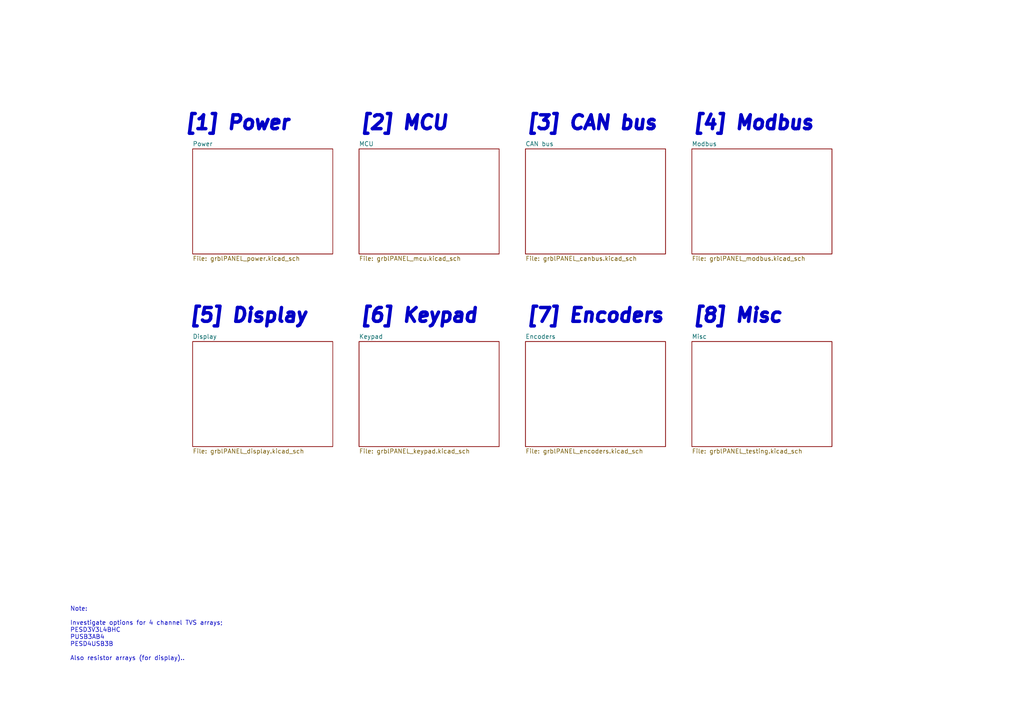
<source format=kicad_sch>
(kicad_sch (version 20211123) (generator eeschema)
  (paper "A4")
  (title_block (title "grblPANEL") (date "2022-12-12") (rev "0.1") (company "dresco"))
  (lib_symbols)
  (text "[2] MCU" (at 104.14 38.1 0) (effects (font (size 4 4) (thickness 1) bold italic) (justify left bottom)))
  (text "[3] CAN bus" (at 152.4 38.1 0) (effects (font (size 4 4) (thickness 1) bold italic) (justify left bottom)))
  (text "[1] Power" (at 53.34 38.1 0) (effects (font (size 4 4) (thickness 1) bold italic) (justify left bottom)))
  (text "[8] Misc" (at 200.66 93.98 0) (effects (font (size 4 4) (thickness 1) bold italic) (justify left bottom)))
  (text "Note:\n\nInvestigate options for 4 channel TVS arrays;\nPESD3V3L4BHC\nPUSB3AB4\nPESD4USB3B\n\nAlso resistor arrays (for display).." (at 20.32 191.77 0) (effects (font (size 1.27 1.27)) (justify left bottom)))
  (text "[6] Keypad" (at 104.14 93.98 0) (effects (font (size 4 4) (thickness 1) bold italic) (justify left bottom)))
  (text "[4] Modbus" (at 200.66 38.1 0) (effects (font (size 4 4) (thickness 1) bold italic) (justify left bottom)))
  (text "[5] Display" (at 54.61 93.98 0) (effects (font (size 4 4) (thickness 1) bold italic) (justify left bottom)))
  (text "[7] Encoders" (at 152.4 93.98 0) (effects (font (size 4 4) (thickness 1) bold italic) (justify left bottom)))
  (sheet (at 152.4 99.06) (size 40.64 30.48) (stroke (width 0.1524))
    (property "Sheet name" "Encoders" (at 152.4 98.3484 0) (effects (justify left bottom)))
    (property "Sheet file" "grblPANEL_encoders.kicad_sch" (at 152.4 130.1246 0) (effects (justify left top)))
  )
  (sheet (at 55.88 99.06) (size 40.64 30.48) (stroke (width 0.1524))
    (property "Sheet name" "Display" (at 55.88 98.3484 0) (effects (justify left bottom)))
    (property "Sheet file" "grblPANEL_display.kicad_sch" (at 55.88 130.1246 0) (effects (justify left top)))
  )
  (sheet (at 152.4 43.18) (size 40.64 30.48) (stroke (width 0.1524))
    (property "Sheet name" "CAN bus" (at 152.4 42.4684 0) (effects (justify left bottom)))
    (property "Sheet file" "grblPANEL_canbus.kicad_sch" (at 152.4 74.2446 0) (effects (justify left top)))
  )
  (sheet (at 104.14 43.18) (size 40.64 30.48) (stroke (width 0.1524))
    (property "Sheet name" "MCU" (at 104.14 42.4684 0) (effects (justify left bottom)))
    (property "Sheet file" "grblPANEL_mcu.kicad_sch" (at 104.14 74.2446 0) (effects (justify left top)))
  )
  (sheet (at 200.66 43.18) (size 40.64 30.48) (stroke (width 0.1524))
    (property "Sheet name" "Modbus" (at 200.66 42.4684 0) (effects (justify left bottom)))
    (property "Sheet file" "grblPANEL_modbus.kicad_sch" (at 200.66 74.2446 0) (effects (justify left top)))
  )
  (sheet (at 200.66 99.06) (size 40.64 30.48) (stroke (width 0.1524))
    (property "Sheet name" "Misc" (at 200.66 98.3484 0) (effects (justify left bottom)))
    (property "Sheet file" "grblPANEL_testing.kicad_sch" (at 200.66 130.1246 0) (effects (justify left top)))
  )
  (sheet (at 104.14 99.06) (size 40.64 30.48) (stroke (width 0.1524))
    (property "Sheet name" "Keypad" (at 104.14 98.3484 0) (effects (justify left bottom)))
    (property "Sheet file" "grblPANEL_keypad.kicad_sch" (at 104.14 130.1246 0) (effects (justify left top)))
  )
  (sheet (at 55.88 43.18) (size 40.64 30.48) (stroke (width 0.1524))
    (property "Sheet name" "Power" (at 55.88 42.4684 0) (effects (justify left bottom)))
    (property "Sheet file" "grblPANEL_power.kicad_sch" (at 55.88 74.2446 0) (effects (justify left top)))
  )
)
</source>
